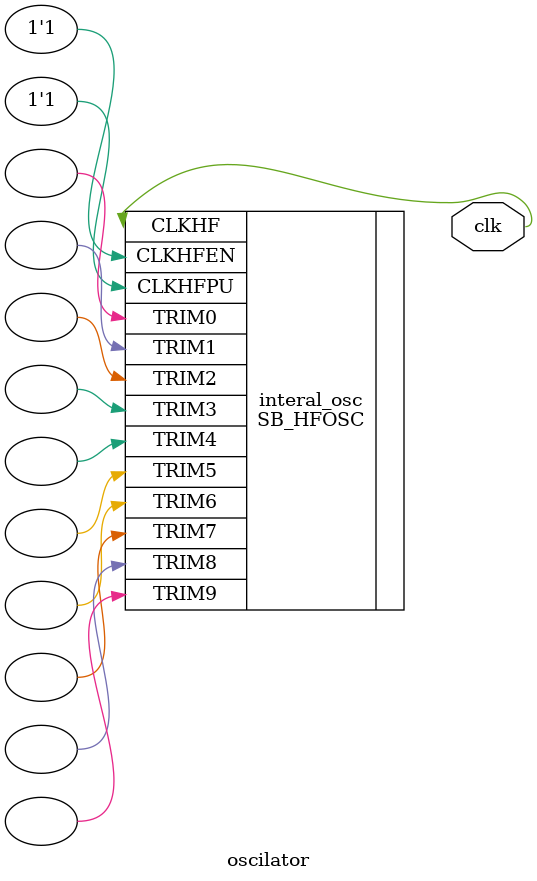
<source format=v>

module oscilator (
    output clk
);

  SB_HFOSC interal_osc (
      .CLKHFPU(1'b1),
      .CLKHFEN(1'b1),
      .CLKHF  (clk),

      // Unused
      .TRIM0(),
      .TRIM1(),
      .TRIM2(),
      .TRIM3(),
      .TRIM4(),
      .TRIM5(),
      .TRIM6(),
      .TRIM7(),
      .TRIM8(),
      .TRIM9()
  );

endmodule

</source>
